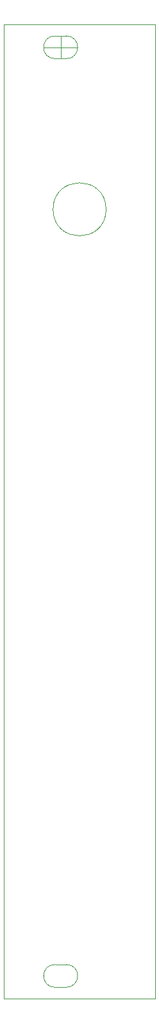
<source format=gm1>
G04 Layer_Color=16711935*
%FSLAX25Y25*%
%MOIN*%
G70*
G01*
G75*
%ADD21C,0.00050*%
D21*
X26575Y17717D02*
G03*
X26575Y5906I0J-5906D01*
G01*
X32480D02*
G03*
X32480Y17717I0J5906D01*
G01*
X26575Y500000D02*
G03*
X26575Y488189I0J-5906D01*
G01*
X32480D02*
G03*
X32480Y500000I0J5906D01*
G01*
X53150Y409921D02*
G03*
X53150Y409921I-13780J0D01*
G01*
X29528Y488189D02*
Y500000D01*
X20669Y494095D02*
X38386D01*
X26575Y17717D02*
X32480D01*
X26575Y5906D02*
X32480D01*
X26575Y500000D02*
X32480D01*
X26575Y488189D02*
X32480D01*
X0Y0D02*
Y505905D01*
X78740D01*
Y0D02*
Y505905D01*
X0Y0D02*
X78740D01*
M02*

</source>
